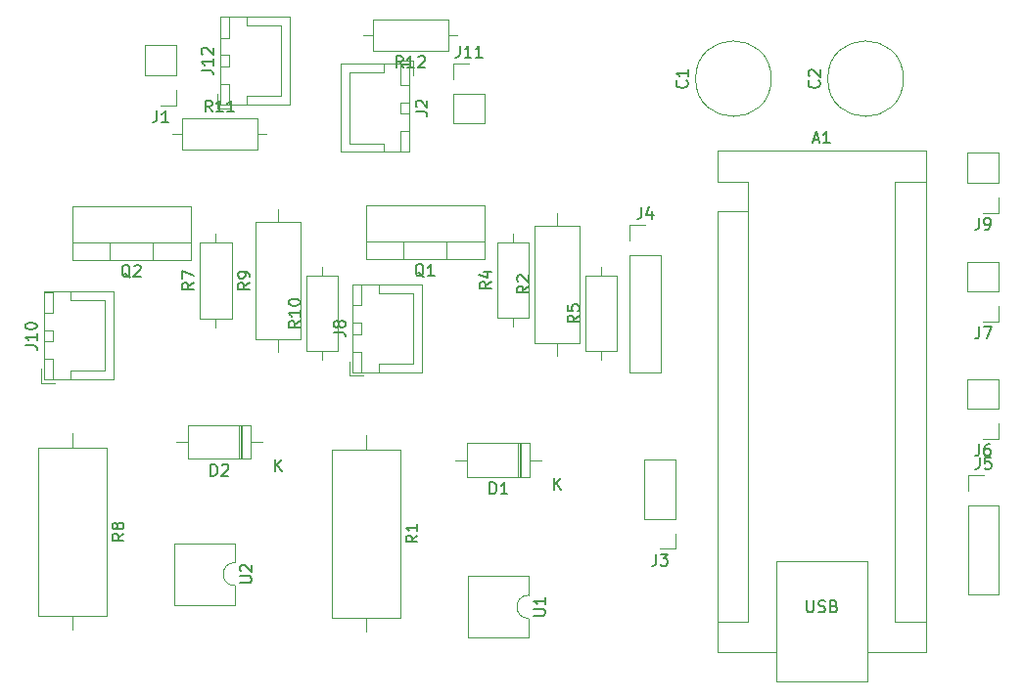
<source format=gbr>
%TF.GenerationSoftware,KiCad,Pcbnew,7.0.5-0*%
%TF.CreationDate,2023-06-24T13:37:05+02:00*%
%TF.ProjectId,spoje_pcb,73706f6a-655f-4706-9362-2e6b69636164,rev?*%
%TF.SameCoordinates,Original*%
%TF.FileFunction,Legend,Top*%
%TF.FilePolarity,Positive*%
%FSLAX46Y46*%
G04 Gerber Fmt 4.6, Leading zero omitted, Abs format (unit mm)*
G04 Created by KiCad (PCBNEW 7.0.5-0) date 2023-06-24 13:37:05*
%MOMM*%
%LPD*%
G01*
G04 APERTURE LIST*
%ADD10C,0.150000*%
%ADD11C,0.120000*%
G04 APERTURE END LIST*
D10*
%TO.C,R12*%
X131437142Y-57434819D02*
X131103809Y-56958628D01*
X130865714Y-57434819D02*
X130865714Y-56434819D01*
X130865714Y-56434819D02*
X131246666Y-56434819D01*
X131246666Y-56434819D02*
X131341904Y-56482438D01*
X131341904Y-56482438D02*
X131389523Y-56530057D01*
X131389523Y-56530057D02*
X131437142Y-56625295D01*
X131437142Y-56625295D02*
X131437142Y-56768152D01*
X131437142Y-56768152D02*
X131389523Y-56863390D01*
X131389523Y-56863390D02*
X131341904Y-56911009D01*
X131341904Y-56911009D02*
X131246666Y-56958628D01*
X131246666Y-56958628D02*
X130865714Y-56958628D01*
X132389523Y-57434819D02*
X131818095Y-57434819D01*
X132103809Y-57434819D02*
X132103809Y-56434819D01*
X132103809Y-56434819D02*
X132008571Y-56577676D01*
X132008571Y-56577676D02*
X131913333Y-56672914D01*
X131913333Y-56672914D02*
X131818095Y-56720533D01*
X132770476Y-56530057D02*
X132818095Y-56482438D01*
X132818095Y-56482438D02*
X132913333Y-56434819D01*
X132913333Y-56434819D02*
X133151428Y-56434819D01*
X133151428Y-56434819D02*
X133246666Y-56482438D01*
X133246666Y-56482438D02*
X133294285Y-56530057D01*
X133294285Y-56530057D02*
X133341904Y-56625295D01*
X133341904Y-56625295D02*
X133341904Y-56720533D01*
X133341904Y-56720533D02*
X133294285Y-56863390D01*
X133294285Y-56863390D02*
X132722857Y-57434819D01*
X132722857Y-57434819D02*
X133341904Y-57434819D01*
%TO.C,R11*%
X114927142Y-61279819D02*
X114593809Y-60803628D01*
X114355714Y-61279819D02*
X114355714Y-60279819D01*
X114355714Y-60279819D02*
X114736666Y-60279819D01*
X114736666Y-60279819D02*
X114831904Y-60327438D01*
X114831904Y-60327438D02*
X114879523Y-60375057D01*
X114879523Y-60375057D02*
X114927142Y-60470295D01*
X114927142Y-60470295D02*
X114927142Y-60613152D01*
X114927142Y-60613152D02*
X114879523Y-60708390D01*
X114879523Y-60708390D02*
X114831904Y-60756009D01*
X114831904Y-60756009D02*
X114736666Y-60803628D01*
X114736666Y-60803628D02*
X114355714Y-60803628D01*
X115879523Y-61279819D02*
X115308095Y-61279819D01*
X115593809Y-61279819D02*
X115593809Y-60279819D01*
X115593809Y-60279819D02*
X115498571Y-60422676D01*
X115498571Y-60422676D02*
X115403333Y-60517914D01*
X115403333Y-60517914D02*
X115308095Y-60565533D01*
X116831904Y-61279819D02*
X116260476Y-61279819D01*
X116546190Y-61279819D02*
X116546190Y-60279819D01*
X116546190Y-60279819D02*
X116450952Y-60422676D01*
X116450952Y-60422676D02*
X116355714Y-60517914D01*
X116355714Y-60517914D02*
X116260476Y-60565533D01*
%TO.C,R10*%
X122544819Y-79382857D02*
X122068628Y-79716190D01*
X122544819Y-79954285D02*
X121544819Y-79954285D01*
X121544819Y-79954285D02*
X121544819Y-79573333D01*
X121544819Y-79573333D02*
X121592438Y-79478095D01*
X121592438Y-79478095D02*
X121640057Y-79430476D01*
X121640057Y-79430476D02*
X121735295Y-79382857D01*
X121735295Y-79382857D02*
X121878152Y-79382857D01*
X121878152Y-79382857D02*
X121973390Y-79430476D01*
X121973390Y-79430476D02*
X122021009Y-79478095D01*
X122021009Y-79478095D02*
X122068628Y-79573333D01*
X122068628Y-79573333D02*
X122068628Y-79954285D01*
X122544819Y-78430476D02*
X122544819Y-79001904D01*
X122544819Y-78716190D02*
X121544819Y-78716190D01*
X121544819Y-78716190D02*
X121687676Y-78811428D01*
X121687676Y-78811428D02*
X121782914Y-78906666D01*
X121782914Y-78906666D02*
X121830533Y-79001904D01*
X121544819Y-77811428D02*
X121544819Y-77716190D01*
X121544819Y-77716190D02*
X121592438Y-77620952D01*
X121592438Y-77620952D02*
X121640057Y-77573333D01*
X121640057Y-77573333D02*
X121735295Y-77525714D01*
X121735295Y-77525714D02*
X121925771Y-77478095D01*
X121925771Y-77478095D02*
X122163866Y-77478095D01*
X122163866Y-77478095D02*
X122354342Y-77525714D01*
X122354342Y-77525714D02*
X122449580Y-77573333D01*
X122449580Y-77573333D02*
X122497200Y-77620952D01*
X122497200Y-77620952D02*
X122544819Y-77716190D01*
X122544819Y-77716190D02*
X122544819Y-77811428D01*
X122544819Y-77811428D02*
X122497200Y-77906666D01*
X122497200Y-77906666D02*
X122449580Y-77954285D01*
X122449580Y-77954285D02*
X122354342Y-78001904D01*
X122354342Y-78001904D02*
X122163866Y-78049523D01*
X122163866Y-78049523D02*
X121925771Y-78049523D01*
X121925771Y-78049523D02*
X121735295Y-78001904D01*
X121735295Y-78001904D02*
X121640057Y-77954285D01*
X121640057Y-77954285D02*
X121592438Y-77906666D01*
X121592438Y-77906666D02*
X121544819Y-77811428D01*
%TO.C,R9*%
X118184819Y-76061666D02*
X117708628Y-76394999D01*
X118184819Y-76633094D02*
X117184819Y-76633094D01*
X117184819Y-76633094D02*
X117184819Y-76252142D01*
X117184819Y-76252142D02*
X117232438Y-76156904D01*
X117232438Y-76156904D02*
X117280057Y-76109285D01*
X117280057Y-76109285D02*
X117375295Y-76061666D01*
X117375295Y-76061666D02*
X117518152Y-76061666D01*
X117518152Y-76061666D02*
X117613390Y-76109285D01*
X117613390Y-76109285D02*
X117661009Y-76156904D01*
X117661009Y-76156904D02*
X117708628Y-76252142D01*
X117708628Y-76252142D02*
X117708628Y-76633094D01*
X118184819Y-75585475D02*
X118184819Y-75394999D01*
X118184819Y-75394999D02*
X118137200Y-75299761D01*
X118137200Y-75299761D02*
X118089580Y-75252142D01*
X118089580Y-75252142D02*
X117946723Y-75156904D01*
X117946723Y-75156904D02*
X117756247Y-75109285D01*
X117756247Y-75109285D02*
X117375295Y-75109285D01*
X117375295Y-75109285D02*
X117280057Y-75156904D01*
X117280057Y-75156904D02*
X117232438Y-75204523D01*
X117232438Y-75204523D02*
X117184819Y-75299761D01*
X117184819Y-75299761D02*
X117184819Y-75490237D01*
X117184819Y-75490237D02*
X117232438Y-75585475D01*
X117232438Y-75585475D02*
X117280057Y-75633094D01*
X117280057Y-75633094D02*
X117375295Y-75680713D01*
X117375295Y-75680713D02*
X117613390Y-75680713D01*
X117613390Y-75680713D02*
X117708628Y-75633094D01*
X117708628Y-75633094D02*
X117756247Y-75585475D01*
X117756247Y-75585475D02*
X117803866Y-75490237D01*
X117803866Y-75490237D02*
X117803866Y-75299761D01*
X117803866Y-75299761D02*
X117756247Y-75204523D01*
X117756247Y-75204523D02*
X117708628Y-75156904D01*
X117708628Y-75156904D02*
X117613390Y-75109285D01*
%TO.C,R7*%
X113340584Y-76061666D02*
X112864393Y-76394999D01*
X113340584Y-76633094D02*
X112340584Y-76633094D01*
X112340584Y-76633094D02*
X112340584Y-76252142D01*
X112340584Y-76252142D02*
X112388203Y-76156904D01*
X112388203Y-76156904D02*
X112435822Y-76109285D01*
X112435822Y-76109285D02*
X112531060Y-76061666D01*
X112531060Y-76061666D02*
X112673917Y-76061666D01*
X112673917Y-76061666D02*
X112769155Y-76109285D01*
X112769155Y-76109285D02*
X112816774Y-76156904D01*
X112816774Y-76156904D02*
X112864393Y-76252142D01*
X112864393Y-76252142D02*
X112864393Y-76633094D01*
X112340584Y-75728332D02*
X112340584Y-75061666D01*
X112340584Y-75061666D02*
X113340584Y-75490237D01*
%TO.C,R5*%
X146674819Y-78906666D02*
X146198628Y-79239999D01*
X146674819Y-79478094D02*
X145674819Y-79478094D01*
X145674819Y-79478094D02*
X145674819Y-79097142D01*
X145674819Y-79097142D02*
X145722438Y-79001904D01*
X145722438Y-79001904D02*
X145770057Y-78954285D01*
X145770057Y-78954285D02*
X145865295Y-78906666D01*
X145865295Y-78906666D02*
X146008152Y-78906666D01*
X146008152Y-78906666D02*
X146103390Y-78954285D01*
X146103390Y-78954285D02*
X146151009Y-79001904D01*
X146151009Y-79001904D02*
X146198628Y-79097142D01*
X146198628Y-79097142D02*
X146198628Y-79478094D01*
X145674819Y-78001904D02*
X145674819Y-78478094D01*
X145674819Y-78478094D02*
X146151009Y-78525713D01*
X146151009Y-78525713D02*
X146103390Y-78478094D01*
X146103390Y-78478094D02*
X146055771Y-78382856D01*
X146055771Y-78382856D02*
X146055771Y-78144761D01*
X146055771Y-78144761D02*
X146103390Y-78049523D01*
X146103390Y-78049523D02*
X146151009Y-78001904D01*
X146151009Y-78001904D02*
X146246247Y-77954285D01*
X146246247Y-77954285D02*
X146484342Y-77954285D01*
X146484342Y-77954285D02*
X146579580Y-78001904D01*
X146579580Y-78001904D02*
X146627200Y-78049523D01*
X146627200Y-78049523D02*
X146674819Y-78144761D01*
X146674819Y-78144761D02*
X146674819Y-78382856D01*
X146674819Y-78382856D02*
X146627200Y-78478094D01*
X146627200Y-78478094D02*
X146579580Y-78525713D01*
%TO.C,R4*%
X139054819Y-75996666D02*
X138578628Y-76329999D01*
X139054819Y-76568094D02*
X138054819Y-76568094D01*
X138054819Y-76568094D02*
X138054819Y-76187142D01*
X138054819Y-76187142D02*
X138102438Y-76091904D01*
X138102438Y-76091904D02*
X138150057Y-76044285D01*
X138150057Y-76044285D02*
X138245295Y-75996666D01*
X138245295Y-75996666D02*
X138388152Y-75996666D01*
X138388152Y-75996666D02*
X138483390Y-76044285D01*
X138483390Y-76044285D02*
X138531009Y-76091904D01*
X138531009Y-76091904D02*
X138578628Y-76187142D01*
X138578628Y-76187142D02*
X138578628Y-76568094D01*
X138388152Y-75139523D02*
X139054819Y-75139523D01*
X138007200Y-75377618D02*
X138721485Y-75615713D01*
X138721485Y-75615713D02*
X138721485Y-74996666D01*
%TO.C,R2*%
X142314819Y-76366666D02*
X141838628Y-76699999D01*
X142314819Y-76938094D02*
X141314819Y-76938094D01*
X141314819Y-76938094D02*
X141314819Y-76557142D01*
X141314819Y-76557142D02*
X141362438Y-76461904D01*
X141362438Y-76461904D02*
X141410057Y-76414285D01*
X141410057Y-76414285D02*
X141505295Y-76366666D01*
X141505295Y-76366666D02*
X141648152Y-76366666D01*
X141648152Y-76366666D02*
X141743390Y-76414285D01*
X141743390Y-76414285D02*
X141791009Y-76461904D01*
X141791009Y-76461904D02*
X141838628Y-76557142D01*
X141838628Y-76557142D02*
X141838628Y-76938094D01*
X141410057Y-75985713D02*
X141362438Y-75938094D01*
X141362438Y-75938094D02*
X141314819Y-75842856D01*
X141314819Y-75842856D02*
X141314819Y-75604761D01*
X141314819Y-75604761D02*
X141362438Y-75509523D01*
X141362438Y-75509523D02*
X141410057Y-75461904D01*
X141410057Y-75461904D02*
X141505295Y-75414285D01*
X141505295Y-75414285D02*
X141600533Y-75414285D01*
X141600533Y-75414285D02*
X141743390Y-75461904D01*
X141743390Y-75461904D02*
X142314819Y-76033332D01*
X142314819Y-76033332D02*
X142314819Y-75414285D01*
%TO.C,R8*%
X107294819Y-97795901D02*
X106818628Y-98129234D01*
X107294819Y-98367329D02*
X106294819Y-98367329D01*
X106294819Y-98367329D02*
X106294819Y-97986377D01*
X106294819Y-97986377D02*
X106342438Y-97891139D01*
X106342438Y-97891139D02*
X106390057Y-97843520D01*
X106390057Y-97843520D02*
X106485295Y-97795901D01*
X106485295Y-97795901D02*
X106628152Y-97795901D01*
X106628152Y-97795901D02*
X106723390Y-97843520D01*
X106723390Y-97843520D02*
X106771009Y-97891139D01*
X106771009Y-97891139D02*
X106818628Y-97986377D01*
X106818628Y-97986377D02*
X106818628Y-98367329D01*
X106723390Y-97224472D02*
X106675771Y-97319710D01*
X106675771Y-97319710D02*
X106628152Y-97367329D01*
X106628152Y-97367329D02*
X106532914Y-97414948D01*
X106532914Y-97414948D02*
X106485295Y-97414948D01*
X106485295Y-97414948D02*
X106390057Y-97367329D01*
X106390057Y-97367329D02*
X106342438Y-97319710D01*
X106342438Y-97319710D02*
X106294819Y-97224472D01*
X106294819Y-97224472D02*
X106294819Y-97033996D01*
X106294819Y-97033996D02*
X106342438Y-96938758D01*
X106342438Y-96938758D02*
X106390057Y-96891139D01*
X106390057Y-96891139D02*
X106485295Y-96843520D01*
X106485295Y-96843520D02*
X106532914Y-96843520D01*
X106532914Y-96843520D02*
X106628152Y-96891139D01*
X106628152Y-96891139D02*
X106675771Y-96938758D01*
X106675771Y-96938758D02*
X106723390Y-97033996D01*
X106723390Y-97033996D02*
X106723390Y-97224472D01*
X106723390Y-97224472D02*
X106771009Y-97319710D01*
X106771009Y-97319710D02*
X106818628Y-97367329D01*
X106818628Y-97367329D02*
X106913866Y-97414948D01*
X106913866Y-97414948D02*
X107104342Y-97414948D01*
X107104342Y-97414948D02*
X107199580Y-97367329D01*
X107199580Y-97367329D02*
X107247200Y-97319710D01*
X107247200Y-97319710D02*
X107294819Y-97224472D01*
X107294819Y-97224472D02*
X107294819Y-97033996D01*
X107294819Y-97033996D02*
X107247200Y-96938758D01*
X107247200Y-96938758D02*
X107199580Y-96891139D01*
X107199580Y-96891139D02*
X107104342Y-96843520D01*
X107104342Y-96843520D02*
X106913866Y-96843520D01*
X106913866Y-96843520D02*
X106818628Y-96891139D01*
X106818628Y-96891139D02*
X106771009Y-96938758D01*
X106771009Y-96938758D02*
X106723390Y-97033996D01*
%TO.C,R1*%
X132694819Y-97956666D02*
X132218628Y-98289999D01*
X132694819Y-98528094D02*
X131694819Y-98528094D01*
X131694819Y-98528094D02*
X131694819Y-98147142D01*
X131694819Y-98147142D02*
X131742438Y-98051904D01*
X131742438Y-98051904D02*
X131790057Y-98004285D01*
X131790057Y-98004285D02*
X131885295Y-97956666D01*
X131885295Y-97956666D02*
X132028152Y-97956666D01*
X132028152Y-97956666D02*
X132123390Y-98004285D01*
X132123390Y-98004285D02*
X132171009Y-98051904D01*
X132171009Y-98051904D02*
X132218628Y-98147142D01*
X132218628Y-98147142D02*
X132218628Y-98528094D01*
X132694819Y-97004285D02*
X132694819Y-97575713D01*
X132694819Y-97289999D02*
X131694819Y-97289999D01*
X131694819Y-97289999D02*
X131837676Y-97385237D01*
X131837676Y-97385237D02*
X131932914Y-97480475D01*
X131932914Y-97480475D02*
X131980533Y-97575713D01*
%TO.C,J12*%
X114014819Y-57674523D02*
X114729104Y-57674523D01*
X114729104Y-57674523D02*
X114871961Y-57722142D01*
X114871961Y-57722142D02*
X114967200Y-57817380D01*
X114967200Y-57817380D02*
X115014819Y-57960237D01*
X115014819Y-57960237D02*
X115014819Y-58055475D01*
X115014819Y-56674523D02*
X115014819Y-57245951D01*
X115014819Y-56960237D02*
X114014819Y-56960237D01*
X114014819Y-56960237D02*
X114157676Y-57055475D01*
X114157676Y-57055475D02*
X114252914Y-57150713D01*
X114252914Y-57150713D02*
X114300533Y-57245951D01*
X114110057Y-56293570D02*
X114062438Y-56245951D01*
X114062438Y-56245951D02*
X114014819Y-56150713D01*
X114014819Y-56150713D02*
X114014819Y-55912618D01*
X114014819Y-55912618D02*
X114062438Y-55817380D01*
X114062438Y-55817380D02*
X114110057Y-55769761D01*
X114110057Y-55769761D02*
X114205295Y-55722142D01*
X114205295Y-55722142D02*
X114300533Y-55722142D01*
X114300533Y-55722142D02*
X114443390Y-55769761D01*
X114443390Y-55769761D02*
X115014819Y-56341189D01*
X115014819Y-56341189D02*
X115014819Y-55722142D01*
%TO.C,J3*%
X153336666Y-99574819D02*
X153336666Y-100289104D01*
X153336666Y-100289104D02*
X153289047Y-100431961D01*
X153289047Y-100431961D02*
X153193809Y-100527200D01*
X153193809Y-100527200D02*
X153050952Y-100574819D01*
X153050952Y-100574819D02*
X152955714Y-100574819D01*
X153717619Y-99574819D02*
X154336666Y-99574819D01*
X154336666Y-99574819D02*
X154003333Y-99955771D01*
X154003333Y-99955771D02*
X154146190Y-99955771D01*
X154146190Y-99955771D02*
X154241428Y-100003390D01*
X154241428Y-100003390D02*
X154289047Y-100051009D01*
X154289047Y-100051009D02*
X154336666Y-100146247D01*
X154336666Y-100146247D02*
X154336666Y-100384342D01*
X154336666Y-100384342D02*
X154289047Y-100479580D01*
X154289047Y-100479580D02*
X154241428Y-100527200D01*
X154241428Y-100527200D02*
X154146190Y-100574819D01*
X154146190Y-100574819D02*
X153860476Y-100574819D01*
X153860476Y-100574819D02*
X153765238Y-100527200D01*
X153765238Y-100527200D02*
X153717619Y-100479580D01*
%TO.C,J11*%
X136350476Y-55544819D02*
X136350476Y-56259104D01*
X136350476Y-56259104D02*
X136302857Y-56401961D01*
X136302857Y-56401961D02*
X136207619Y-56497200D01*
X136207619Y-56497200D02*
X136064762Y-56544819D01*
X136064762Y-56544819D02*
X135969524Y-56544819D01*
X137350476Y-56544819D02*
X136779048Y-56544819D01*
X137064762Y-56544819D02*
X137064762Y-55544819D01*
X137064762Y-55544819D02*
X136969524Y-55687676D01*
X136969524Y-55687676D02*
X136874286Y-55782914D01*
X136874286Y-55782914D02*
X136779048Y-55830533D01*
X138302857Y-56544819D02*
X137731429Y-56544819D01*
X138017143Y-56544819D02*
X138017143Y-55544819D01*
X138017143Y-55544819D02*
X137921905Y-55687676D01*
X137921905Y-55687676D02*
X137826667Y-55782914D01*
X137826667Y-55782914D02*
X137731429Y-55830533D01*
%TO.C,J10*%
X98774819Y-81474523D02*
X99489104Y-81474523D01*
X99489104Y-81474523D02*
X99631961Y-81522142D01*
X99631961Y-81522142D02*
X99727200Y-81617380D01*
X99727200Y-81617380D02*
X99774819Y-81760237D01*
X99774819Y-81760237D02*
X99774819Y-81855475D01*
X99774819Y-80474523D02*
X99774819Y-81045951D01*
X99774819Y-80760237D02*
X98774819Y-80760237D01*
X98774819Y-80760237D02*
X98917676Y-80855475D01*
X98917676Y-80855475D02*
X99012914Y-80950713D01*
X99012914Y-80950713D02*
X99060533Y-81045951D01*
X98774819Y-79855475D02*
X98774819Y-79760237D01*
X98774819Y-79760237D02*
X98822438Y-79664999D01*
X98822438Y-79664999D02*
X98870057Y-79617380D01*
X98870057Y-79617380D02*
X98965295Y-79569761D01*
X98965295Y-79569761D02*
X99155771Y-79522142D01*
X99155771Y-79522142D02*
X99393866Y-79522142D01*
X99393866Y-79522142D02*
X99584342Y-79569761D01*
X99584342Y-79569761D02*
X99679580Y-79617380D01*
X99679580Y-79617380D02*
X99727200Y-79664999D01*
X99727200Y-79664999D02*
X99774819Y-79760237D01*
X99774819Y-79760237D02*
X99774819Y-79855475D01*
X99774819Y-79855475D02*
X99727200Y-79950713D01*
X99727200Y-79950713D02*
X99679580Y-79998332D01*
X99679580Y-79998332D02*
X99584342Y-80045951D01*
X99584342Y-80045951D02*
X99393866Y-80093570D01*
X99393866Y-80093570D02*
X99155771Y-80093570D01*
X99155771Y-80093570D02*
X98965295Y-80045951D01*
X98965295Y-80045951D02*
X98870057Y-79998332D01*
X98870057Y-79998332D02*
X98822438Y-79950713D01*
X98822438Y-79950713D02*
X98774819Y-79855475D01*
%TO.C,J9*%
X181276666Y-70459819D02*
X181276666Y-71174104D01*
X181276666Y-71174104D02*
X181229047Y-71316961D01*
X181229047Y-71316961D02*
X181133809Y-71412200D01*
X181133809Y-71412200D02*
X180990952Y-71459819D01*
X180990952Y-71459819D02*
X180895714Y-71459819D01*
X181800476Y-71459819D02*
X181990952Y-71459819D01*
X181990952Y-71459819D02*
X182086190Y-71412200D01*
X182086190Y-71412200D02*
X182133809Y-71364580D01*
X182133809Y-71364580D02*
X182229047Y-71221723D01*
X182229047Y-71221723D02*
X182276666Y-71031247D01*
X182276666Y-71031247D02*
X182276666Y-70650295D01*
X182276666Y-70650295D02*
X182229047Y-70555057D01*
X182229047Y-70555057D02*
X182181428Y-70507438D01*
X182181428Y-70507438D02*
X182086190Y-70459819D01*
X182086190Y-70459819D02*
X181895714Y-70459819D01*
X181895714Y-70459819D02*
X181800476Y-70507438D01*
X181800476Y-70507438D02*
X181752857Y-70555057D01*
X181752857Y-70555057D02*
X181705238Y-70650295D01*
X181705238Y-70650295D02*
X181705238Y-70888390D01*
X181705238Y-70888390D02*
X181752857Y-70983628D01*
X181752857Y-70983628D02*
X181800476Y-71031247D01*
X181800476Y-71031247D02*
X181895714Y-71078866D01*
X181895714Y-71078866D02*
X182086190Y-71078866D01*
X182086190Y-71078866D02*
X182181428Y-71031247D01*
X182181428Y-71031247D02*
X182229047Y-70983628D01*
X182229047Y-70983628D02*
X182276666Y-70888390D01*
%TO.C,J8*%
X125444819Y-80363333D02*
X126159104Y-80363333D01*
X126159104Y-80363333D02*
X126301961Y-80410952D01*
X126301961Y-80410952D02*
X126397200Y-80506190D01*
X126397200Y-80506190D02*
X126444819Y-80649047D01*
X126444819Y-80649047D02*
X126444819Y-80744285D01*
X125873390Y-79744285D02*
X125825771Y-79839523D01*
X125825771Y-79839523D02*
X125778152Y-79887142D01*
X125778152Y-79887142D02*
X125682914Y-79934761D01*
X125682914Y-79934761D02*
X125635295Y-79934761D01*
X125635295Y-79934761D02*
X125540057Y-79887142D01*
X125540057Y-79887142D02*
X125492438Y-79839523D01*
X125492438Y-79839523D02*
X125444819Y-79744285D01*
X125444819Y-79744285D02*
X125444819Y-79553809D01*
X125444819Y-79553809D02*
X125492438Y-79458571D01*
X125492438Y-79458571D02*
X125540057Y-79410952D01*
X125540057Y-79410952D02*
X125635295Y-79363333D01*
X125635295Y-79363333D02*
X125682914Y-79363333D01*
X125682914Y-79363333D02*
X125778152Y-79410952D01*
X125778152Y-79410952D02*
X125825771Y-79458571D01*
X125825771Y-79458571D02*
X125873390Y-79553809D01*
X125873390Y-79553809D02*
X125873390Y-79744285D01*
X125873390Y-79744285D02*
X125921009Y-79839523D01*
X125921009Y-79839523D02*
X125968628Y-79887142D01*
X125968628Y-79887142D02*
X126063866Y-79934761D01*
X126063866Y-79934761D02*
X126254342Y-79934761D01*
X126254342Y-79934761D02*
X126349580Y-79887142D01*
X126349580Y-79887142D02*
X126397200Y-79839523D01*
X126397200Y-79839523D02*
X126444819Y-79744285D01*
X126444819Y-79744285D02*
X126444819Y-79553809D01*
X126444819Y-79553809D02*
X126397200Y-79458571D01*
X126397200Y-79458571D02*
X126349580Y-79410952D01*
X126349580Y-79410952D02*
X126254342Y-79363333D01*
X126254342Y-79363333D02*
X126063866Y-79363333D01*
X126063866Y-79363333D02*
X125968628Y-79410952D01*
X125968628Y-79410952D02*
X125921009Y-79458571D01*
X125921009Y-79458571D02*
X125873390Y-79553809D01*
%TO.C,J7*%
X181276666Y-79889819D02*
X181276666Y-80604104D01*
X181276666Y-80604104D02*
X181229047Y-80746961D01*
X181229047Y-80746961D02*
X181133809Y-80842200D01*
X181133809Y-80842200D02*
X180990952Y-80889819D01*
X180990952Y-80889819D02*
X180895714Y-80889819D01*
X181657619Y-79889819D02*
X182324285Y-79889819D01*
X182324285Y-79889819D02*
X181895714Y-80889819D01*
%TO.C,J6*%
X181276666Y-90049819D02*
X181276666Y-90764104D01*
X181276666Y-90764104D02*
X181229047Y-90906961D01*
X181229047Y-90906961D02*
X181133809Y-91002200D01*
X181133809Y-91002200D02*
X180990952Y-91049819D01*
X180990952Y-91049819D02*
X180895714Y-91049819D01*
X182181428Y-90049819D02*
X181990952Y-90049819D01*
X181990952Y-90049819D02*
X181895714Y-90097438D01*
X181895714Y-90097438D02*
X181848095Y-90145057D01*
X181848095Y-90145057D02*
X181752857Y-90287914D01*
X181752857Y-90287914D02*
X181705238Y-90478390D01*
X181705238Y-90478390D02*
X181705238Y-90859342D01*
X181705238Y-90859342D02*
X181752857Y-90954580D01*
X181752857Y-90954580D02*
X181800476Y-91002200D01*
X181800476Y-91002200D02*
X181895714Y-91049819D01*
X181895714Y-91049819D02*
X182086190Y-91049819D01*
X182086190Y-91049819D02*
X182181428Y-91002200D01*
X182181428Y-91002200D02*
X182229047Y-90954580D01*
X182229047Y-90954580D02*
X182276666Y-90859342D01*
X182276666Y-90859342D02*
X182276666Y-90621247D01*
X182276666Y-90621247D02*
X182229047Y-90526009D01*
X182229047Y-90526009D02*
X182181428Y-90478390D01*
X182181428Y-90478390D02*
X182086190Y-90430771D01*
X182086190Y-90430771D02*
X181895714Y-90430771D01*
X181895714Y-90430771D02*
X181800476Y-90478390D01*
X181800476Y-90478390D02*
X181752857Y-90526009D01*
X181752857Y-90526009D02*
X181705238Y-90621247D01*
%TO.C,J5*%
X181316666Y-91199819D02*
X181316666Y-91914104D01*
X181316666Y-91914104D02*
X181269047Y-92056961D01*
X181269047Y-92056961D02*
X181173809Y-92152200D01*
X181173809Y-92152200D02*
X181030952Y-92199819D01*
X181030952Y-92199819D02*
X180935714Y-92199819D01*
X182269047Y-91199819D02*
X181792857Y-91199819D01*
X181792857Y-91199819D02*
X181745238Y-91676009D01*
X181745238Y-91676009D02*
X181792857Y-91628390D01*
X181792857Y-91628390D02*
X181888095Y-91580771D01*
X181888095Y-91580771D02*
X182126190Y-91580771D01*
X182126190Y-91580771D02*
X182221428Y-91628390D01*
X182221428Y-91628390D02*
X182269047Y-91676009D01*
X182269047Y-91676009D02*
X182316666Y-91771247D01*
X182316666Y-91771247D02*
X182316666Y-92009342D01*
X182316666Y-92009342D02*
X182269047Y-92104580D01*
X182269047Y-92104580D02*
X182221428Y-92152200D01*
X182221428Y-92152200D02*
X182126190Y-92199819D01*
X182126190Y-92199819D02*
X181888095Y-92199819D01*
X181888095Y-92199819D02*
X181792857Y-92152200D01*
X181792857Y-92152200D02*
X181745238Y-92104580D01*
%TO.C,J4*%
X152066666Y-69519819D02*
X152066666Y-70234104D01*
X152066666Y-70234104D02*
X152019047Y-70376961D01*
X152019047Y-70376961D02*
X151923809Y-70472200D01*
X151923809Y-70472200D02*
X151780952Y-70519819D01*
X151780952Y-70519819D02*
X151685714Y-70519819D01*
X152971428Y-69853152D02*
X152971428Y-70519819D01*
X152733333Y-69472200D02*
X152495238Y-70186485D01*
X152495238Y-70186485D02*
X153114285Y-70186485D01*
%TO.C,J2*%
X132544819Y-61273333D02*
X133259104Y-61273333D01*
X133259104Y-61273333D02*
X133401961Y-61320952D01*
X133401961Y-61320952D02*
X133497200Y-61416190D01*
X133497200Y-61416190D02*
X133544819Y-61559047D01*
X133544819Y-61559047D02*
X133544819Y-61654285D01*
X132640057Y-60844761D02*
X132592438Y-60797142D01*
X132592438Y-60797142D02*
X132544819Y-60701904D01*
X132544819Y-60701904D02*
X132544819Y-60463809D01*
X132544819Y-60463809D02*
X132592438Y-60368571D01*
X132592438Y-60368571D02*
X132640057Y-60320952D01*
X132640057Y-60320952D02*
X132735295Y-60273333D01*
X132735295Y-60273333D02*
X132830533Y-60273333D01*
X132830533Y-60273333D02*
X132973390Y-60320952D01*
X132973390Y-60320952D02*
X133544819Y-60892380D01*
X133544819Y-60892380D02*
X133544819Y-60273333D01*
%TO.C,J1*%
X110156666Y-61169819D02*
X110156666Y-61884104D01*
X110156666Y-61884104D02*
X110109047Y-62026961D01*
X110109047Y-62026961D02*
X110013809Y-62122200D01*
X110013809Y-62122200D02*
X109870952Y-62169819D01*
X109870952Y-62169819D02*
X109775714Y-62169819D01*
X111156666Y-62169819D02*
X110585238Y-62169819D01*
X110870952Y-62169819D02*
X110870952Y-61169819D01*
X110870952Y-61169819D02*
X110775714Y-61312676D01*
X110775714Y-61312676D02*
X110680476Y-61407914D01*
X110680476Y-61407914D02*
X110585238Y-61455533D01*
%TO.C,C2*%
X167409580Y-58566666D02*
X167457200Y-58614285D01*
X167457200Y-58614285D02*
X167504819Y-58757142D01*
X167504819Y-58757142D02*
X167504819Y-58852380D01*
X167504819Y-58852380D02*
X167457200Y-58995237D01*
X167457200Y-58995237D02*
X167361961Y-59090475D01*
X167361961Y-59090475D02*
X167266723Y-59138094D01*
X167266723Y-59138094D02*
X167076247Y-59185713D01*
X167076247Y-59185713D02*
X166933390Y-59185713D01*
X166933390Y-59185713D02*
X166742914Y-59138094D01*
X166742914Y-59138094D02*
X166647676Y-59090475D01*
X166647676Y-59090475D02*
X166552438Y-58995237D01*
X166552438Y-58995237D02*
X166504819Y-58852380D01*
X166504819Y-58852380D02*
X166504819Y-58757142D01*
X166504819Y-58757142D02*
X166552438Y-58614285D01*
X166552438Y-58614285D02*
X166600057Y-58566666D01*
X166600057Y-58185713D02*
X166552438Y-58138094D01*
X166552438Y-58138094D02*
X166504819Y-58042856D01*
X166504819Y-58042856D02*
X166504819Y-57804761D01*
X166504819Y-57804761D02*
X166552438Y-57709523D01*
X166552438Y-57709523D02*
X166600057Y-57661904D01*
X166600057Y-57661904D02*
X166695295Y-57614285D01*
X166695295Y-57614285D02*
X166790533Y-57614285D01*
X166790533Y-57614285D02*
X166933390Y-57661904D01*
X166933390Y-57661904D02*
X167504819Y-58233332D01*
X167504819Y-58233332D02*
X167504819Y-57614285D01*
%TO.C,C1*%
X155979580Y-58566666D02*
X156027200Y-58614285D01*
X156027200Y-58614285D02*
X156074819Y-58757142D01*
X156074819Y-58757142D02*
X156074819Y-58852380D01*
X156074819Y-58852380D02*
X156027200Y-58995237D01*
X156027200Y-58995237D02*
X155931961Y-59090475D01*
X155931961Y-59090475D02*
X155836723Y-59138094D01*
X155836723Y-59138094D02*
X155646247Y-59185713D01*
X155646247Y-59185713D02*
X155503390Y-59185713D01*
X155503390Y-59185713D02*
X155312914Y-59138094D01*
X155312914Y-59138094D02*
X155217676Y-59090475D01*
X155217676Y-59090475D02*
X155122438Y-58995237D01*
X155122438Y-58995237D02*
X155074819Y-58852380D01*
X155074819Y-58852380D02*
X155074819Y-58757142D01*
X155074819Y-58757142D02*
X155122438Y-58614285D01*
X155122438Y-58614285D02*
X155170057Y-58566666D01*
X156074819Y-57614285D02*
X156074819Y-58185713D01*
X156074819Y-57899999D02*
X155074819Y-57899999D01*
X155074819Y-57899999D02*
X155217676Y-57995237D01*
X155217676Y-57995237D02*
X155312914Y-58090475D01*
X155312914Y-58090475D02*
X155360533Y-58185713D01*
%TO.C,U2*%
X117354819Y-102066904D02*
X118164342Y-102066904D01*
X118164342Y-102066904D02*
X118259580Y-102019285D01*
X118259580Y-102019285D02*
X118307200Y-101971666D01*
X118307200Y-101971666D02*
X118354819Y-101876428D01*
X118354819Y-101876428D02*
X118354819Y-101685952D01*
X118354819Y-101685952D02*
X118307200Y-101590714D01*
X118307200Y-101590714D02*
X118259580Y-101543095D01*
X118259580Y-101543095D02*
X118164342Y-101495476D01*
X118164342Y-101495476D02*
X117354819Y-101495476D01*
X117450057Y-101066904D02*
X117402438Y-101019285D01*
X117402438Y-101019285D02*
X117354819Y-100924047D01*
X117354819Y-100924047D02*
X117354819Y-100685952D01*
X117354819Y-100685952D02*
X117402438Y-100590714D01*
X117402438Y-100590714D02*
X117450057Y-100543095D01*
X117450057Y-100543095D02*
X117545295Y-100495476D01*
X117545295Y-100495476D02*
X117640533Y-100495476D01*
X117640533Y-100495476D02*
X117783390Y-100543095D01*
X117783390Y-100543095D02*
X118354819Y-101114523D01*
X118354819Y-101114523D02*
X118354819Y-100495476D01*
%TO.C,Q2*%
X107854761Y-75635057D02*
X107759523Y-75587438D01*
X107759523Y-75587438D02*
X107664285Y-75492200D01*
X107664285Y-75492200D02*
X107521428Y-75349342D01*
X107521428Y-75349342D02*
X107426190Y-75301723D01*
X107426190Y-75301723D02*
X107330952Y-75301723D01*
X107378571Y-75539819D02*
X107283333Y-75492200D01*
X107283333Y-75492200D02*
X107188095Y-75396961D01*
X107188095Y-75396961D02*
X107140476Y-75206485D01*
X107140476Y-75206485D02*
X107140476Y-74873152D01*
X107140476Y-74873152D02*
X107188095Y-74682676D01*
X107188095Y-74682676D02*
X107283333Y-74587438D01*
X107283333Y-74587438D02*
X107378571Y-74539819D01*
X107378571Y-74539819D02*
X107569047Y-74539819D01*
X107569047Y-74539819D02*
X107664285Y-74587438D01*
X107664285Y-74587438D02*
X107759523Y-74682676D01*
X107759523Y-74682676D02*
X107807142Y-74873152D01*
X107807142Y-74873152D02*
X107807142Y-75206485D01*
X107807142Y-75206485D02*
X107759523Y-75396961D01*
X107759523Y-75396961D02*
X107664285Y-75492200D01*
X107664285Y-75492200D02*
X107569047Y-75539819D01*
X107569047Y-75539819D02*
X107378571Y-75539819D01*
X108188095Y-74635057D02*
X108235714Y-74587438D01*
X108235714Y-74587438D02*
X108330952Y-74539819D01*
X108330952Y-74539819D02*
X108569047Y-74539819D01*
X108569047Y-74539819D02*
X108664285Y-74587438D01*
X108664285Y-74587438D02*
X108711904Y-74635057D01*
X108711904Y-74635057D02*
X108759523Y-74730295D01*
X108759523Y-74730295D02*
X108759523Y-74825533D01*
X108759523Y-74825533D02*
X108711904Y-74968390D01*
X108711904Y-74968390D02*
X108140476Y-75539819D01*
X108140476Y-75539819D02*
X108759523Y-75539819D01*
%TO.C,D2*%
X114831905Y-92789819D02*
X114831905Y-91789819D01*
X114831905Y-91789819D02*
X115070000Y-91789819D01*
X115070000Y-91789819D02*
X115212857Y-91837438D01*
X115212857Y-91837438D02*
X115308095Y-91932676D01*
X115308095Y-91932676D02*
X115355714Y-92027914D01*
X115355714Y-92027914D02*
X115403333Y-92218390D01*
X115403333Y-92218390D02*
X115403333Y-92361247D01*
X115403333Y-92361247D02*
X115355714Y-92551723D01*
X115355714Y-92551723D02*
X115308095Y-92646961D01*
X115308095Y-92646961D02*
X115212857Y-92742200D01*
X115212857Y-92742200D02*
X115070000Y-92789819D01*
X115070000Y-92789819D02*
X114831905Y-92789819D01*
X115784286Y-91885057D02*
X115831905Y-91837438D01*
X115831905Y-91837438D02*
X115927143Y-91789819D01*
X115927143Y-91789819D02*
X116165238Y-91789819D01*
X116165238Y-91789819D02*
X116260476Y-91837438D01*
X116260476Y-91837438D02*
X116308095Y-91885057D01*
X116308095Y-91885057D02*
X116355714Y-91980295D01*
X116355714Y-91980295D02*
X116355714Y-92075533D01*
X116355714Y-92075533D02*
X116308095Y-92218390D01*
X116308095Y-92218390D02*
X115736667Y-92789819D01*
X115736667Y-92789819D02*
X116355714Y-92789819D01*
X120388095Y-92419819D02*
X120388095Y-91419819D01*
X120959523Y-92419819D02*
X120530952Y-91848390D01*
X120959523Y-91419819D02*
X120388095Y-91991247D01*
%TO.C,D1*%
X138961905Y-94364819D02*
X138961905Y-93364819D01*
X138961905Y-93364819D02*
X139200000Y-93364819D01*
X139200000Y-93364819D02*
X139342857Y-93412438D01*
X139342857Y-93412438D02*
X139438095Y-93507676D01*
X139438095Y-93507676D02*
X139485714Y-93602914D01*
X139485714Y-93602914D02*
X139533333Y-93793390D01*
X139533333Y-93793390D02*
X139533333Y-93936247D01*
X139533333Y-93936247D02*
X139485714Y-94126723D01*
X139485714Y-94126723D02*
X139438095Y-94221961D01*
X139438095Y-94221961D02*
X139342857Y-94317200D01*
X139342857Y-94317200D02*
X139200000Y-94364819D01*
X139200000Y-94364819D02*
X138961905Y-94364819D01*
X140485714Y-94364819D02*
X139914286Y-94364819D01*
X140200000Y-94364819D02*
X140200000Y-93364819D01*
X140200000Y-93364819D02*
X140104762Y-93507676D01*
X140104762Y-93507676D02*
X140009524Y-93602914D01*
X140009524Y-93602914D02*
X139914286Y-93650533D01*
X144518095Y-93994819D02*
X144518095Y-92994819D01*
X145089523Y-93994819D02*
X144660952Y-93423390D01*
X145089523Y-92994819D02*
X144518095Y-93566247D01*
%TO.C,U1*%
X142754819Y-104901904D02*
X143564342Y-104901904D01*
X143564342Y-104901904D02*
X143659580Y-104854285D01*
X143659580Y-104854285D02*
X143707200Y-104806666D01*
X143707200Y-104806666D02*
X143754819Y-104711428D01*
X143754819Y-104711428D02*
X143754819Y-104520952D01*
X143754819Y-104520952D02*
X143707200Y-104425714D01*
X143707200Y-104425714D02*
X143659580Y-104378095D01*
X143659580Y-104378095D02*
X143564342Y-104330476D01*
X143564342Y-104330476D02*
X142754819Y-104330476D01*
X143754819Y-103330476D02*
X143754819Y-103901904D01*
X143754819Y-103616190D02*
X142754819Y-103616190D01*
X142754819Y-103616190D02*
X142897676Y-103711428D01*
X142897676Y-103711428D02*
X142992914Y-103806666D01*
X142992914Y-103806666D02*
X143040533Y-103901904D01*
%TO.C,Q1*%
X133254761Y-75570057D02*
X133159523Y-75522438D01*
X133159523Y-75522438D02*
X133064285Y-75427200D01*
X133064285Y-75427200D02*
X132921428Y-75284342D01*
X132921428Y-75284342D02*
X132826190Y-75236723D01*
X132826190Y-75236723D02*
X132730952Y-75236723D01*
X132778571Y-75474819D02*
X132683333Y-75427200D01*
X132683333Y-75427200D02*
X132588095Y-75331961D01*
X132588095Y-75331961D02*
X132540476Y-75141485D01*
X132540476Y-75141485D02*
X132540476Y-74808152D01*
X132540476Y-74808152D02*
X132588095Y-74617676D01*
X132588095Y-74617676D02*
X132683333Y-74522438D01*
X132683333Y-74522438D02*
X132778571Y-74474819D01*
X132778571Y-74474819D02*
X132969047Y-74474819D01*
X132969047Y-74474819D02*
X133064285Y-74522438D01*
X133064285Y-74522438D02*
X133159523Y-74617676D01*
X133159523Y-74617676D02*
X133207142Y-74808152D01*
X133207142Y-74808152D02*
X133207142Y-75141485D01*
X133207142Y-75141485D02*
X133159523Y-75331961D01*
X133159523Y-75331961D02*
X133064285Y-75427200D01*
X133064285Y-75427200D02*
X132969047Y-75474819D01*
X132969047Y-75474819D02*
X132778571Y-75474819D01*
X134159523Y-75474819D02*
X133588095Y-75474819D01*
X133873809Y-75474819D02*
X133873809Y-74474819D01*
X133873809Y-74474819D02*
X133778571Y-74617676D01*
X133778571Y-74617676D02*
X133683333Y-74712914D01*
X133683333Y-74712914D02*
X133588095Y-74760533D01*
%TO.C,A1*%
X166925714Y-63669104D02*
X167401904Y-63669104D01*
X166830476Y-63954819D02*
X167163809Y-62954819D01*
X167163809Y-62954819D02*
X167497142Y-63954819D01*
X168354285Y-63954819D02*
X167782857Y-63954819D01*
X168068571Y-63954819D02*
X168068571Y-62954819D01*
X168068571Y-62954819D02*
X167973333Y-63097676D01*
X167973333Y-63097676D02*
X167878095Y-63192914D01*
X167878095Y-63192914D02*
X167782857Y-63240533D01*
X166378095Y-103594819D02*
X166378095Y-104404342D01*
X166378095Y-104404342D02*
X166425714Y-104499580D01*
X166425714Y-104499580D02*
X166473333Y-104547200D01*
X166473333Y-104547200D02*
X166568571Y-104594819D01*
X166568571Y-104594819D02*
X166759047Y-104594819D01*
X166759047Y-104594819D02*
X166854285Y-104547200D01*
X166854285Y-104547200D02*
X166901904Y-104499580D01*
X166901904Y-104499580D02*
X166949523Y-104404342D01*
X166949523Y-104404342D02*
X166949523Y-103594819D01*
X167378095Y-104547200D02*
X167520952Y-104594819D01*
X167520952Y-104594819D02*
X167759047Y-104594819D01*
X167759047Y-104594819D02*
X167854285Y-104547200D01*
X167854285Y-104547200D02*
X167901904Y-104499580D01*
X167901904Y-104499580D02*
X167949523Y-104404342D01*
X167949523Y-104404342D02*
X167949523Y-104309104D01*
X167949523Y-104309104D02*
X167901904Y-104213866D01*
X167901904Y-104213866D02*
X167854285Y-104166247D01*
X167854285Y-104166247D02*
X167759047Y-104118628D01*
X167759047Y-104118628D02*
X167568571Y-104071009D01*
X167568571Y-104071009D02*
X167473333Y-104023390D01*
X167473333Y-104023390D02*
X167425714Y-103975771D01*
X167425714Y-103975771D02*
X167378095Y-103880533D01*
X167378095Y-103880533D02*
X167378095Y-103785295D01*
X167378095Y-103785295D02*
X167425714Y-103690057D01*
X167425714Y-103690057D02*
X167473333Y-103642438D01*
X167473333Y-103642438D02*
X167568571Y-103594819D01*
X167568571Y-103594819D02*
X167806666Y-103594819D01*
X167806666Y-103594819D02*
X167949523Y-103642438D01*
X168711428Y-104071009D02*
X168854285Y-104118628D01*
X168854285Y-104118628D02*
X168901904Y-104166247D01*
X168901904Y-104166247D02*
X168949523Y-104261485D01*
X168949523Y-104261485D02*
X168949523Y-104404342D01*
X168949523Y-104404342D02*
X168901904Y-104499580D01*
X168901904Y-104499580D02*
X168854285Y-104547200D01*
X168854285Y-104547200D02*
X168759047Y-104594819D01*
X168759047Y-104594819D02*
X168378095Y-104594819D01*
X168378095Y-104594819D02*
X168378095Y-103594819D01*
X168378095Y-103594819D02*
X168711428Y-103594819D01*
X168711428Y-103594819D02*
X168806666Y-103642438D01*
X168806666Y-103642438D02*
X168854285Y-103690057D01*
X168854285Y-103690057D02*
X168901904Y-103785295D01*
X168901904Y-103785295D02*
X168901904Y-103880533D01*
X168901904Y-103880533D02*
X168854285Y-103975771D01*
X168854285Y-103975771D02*
X168806666Y-104023390D01*
X168806666Y-104023390D02*
X168711428Y-104071009D01*
X168711428Y-104071009D02*
X168378095Y-104071009D01*
D11*
%TO.C,R12*%
X128040000Y-54610000D02*
X128810000Y-54610000D01*
X136120000Y-54610000D02*
X135350000Y-54610000D01*
X135350000Y-55980000D02*
X135350000Y-53240000D01*
X128810000Y-53240000D02*
X128810000Y-55980000D01*
X135350000Y-53240000D02*
X128810000Y-53240000D01*
X128810000Y-55980000D02*
X135350000Y-55980000D01*
%TO.C,R11*%
X119610000Y-63195000D02*
X118840000Y-63195000D01*
X111530000Y-63195000D02*
X112300000Y-63195000D01*
X112300000Y-61825000D02*
X112300000Y-64565000D01*
X118840000Y-64565000D02*
X118840000Y-61825000D01*
X112300000Y-64565000D02*
X118840000Y-64565000D01*
X118840000Y-61825000D02*
X112300000Y-61825000D01*
%TO.C,R10*%
X124460000Y-74700000D02*
X124460000Y-75470000D01*
X124460000Y-82780000D02*
X124460000Y-82010000D01*
X123090000Y-82010000D02*
X125830000Y-82010000D01*
X125830000Y-75470000D02*
X123090000Y-75470000D01*
X125830000Y-82010000D02*
X125830000Y-75470000D01*
X123090000Y-75470000D02*
X123090000Y-82010000D01*
%TO.C,R9*%
X120650000Y-69715000D02*
X120650000Y-70825000D01*
X118730000Y-70825000D02*
X118730000Y-80965000D01*
X122570000Y-70825000D02*
X118730000Y-70825000D01*
X120650000Y-82075000D02*
X120650000Y-80965000D01*
X118730000Y-80965000D02*
X122570000Y-80965000D01*
X122570000Y-80965000D02*
X122570000Y-70825000D01*
%TO.C,R7*%
X115255765Y-71855000D02*
X115255765Y-72625000D01*
X115255765Y-79935000D02*
X115255765Y-79165000D01*
X113885765Y-79165000D02*
X116625765Y-79165000D01*
X116625765Y-72625000D02*
X113885765Y-72625000D01*
X116625765Y-79165000D02*
X116625765Y-72625000D01*
X113885765Y-72625000D02*
X113885765Y-79165000D01*
%TO.C,R5*%
X148590000Y-74700000D02*
X148590000Y-75470000D01*
X148590000Y-82780000D02*
X148590000Y-82010000D01*
X147220000Y-82010000D02*
X149960000Y-82010000D01*
X149960000Y-75470000D02*
X147220000Y-75470000D01*
X149960000Y-82010000D02*
X149960000Y-75470000D01*
X147220000Y-75470000D02*
X147220000Y-82010000D01*
%TO.C,R4*%
X140970000Y-71790000D02*
X140970000Y-72560000D01*
X140970000Y-79870000D02*
X140970000Y-79100000D01*
X139600000Y-79100000D02*
X142340000Y-79100000D01*
X142340000Y-72560000D02*
X139600000Y-72560000D01*
X142340000Y-79100000D02*
X142340000Y-72560000D01*
X139600000Y-72560000D02*
X139600000Y-79100000D01*
%TO.C,R2*%
X144780000Y-70020000D02*
X144780000Y-71130000D01*
X142860000Y-71130000D02*
X142860000Y-81270000D01*
X146700000Y-71130000D02*
X142860000Y-71130000D01*
X144780000Y-82380000D02*
X144780000Y-81270000D01*
X142860000Y-81270000D02*
X146700000Y-81270000D01*
X146700000Y-81270000D02*
X146700000Y-71130000D01*
%TO.C,R8*%
X102870000Y-89109235D02*
X102870000Y-90359235D01*
X105840000Y-104899235D02*
X105840000Y-90359235D01*
X99900000Y-104899235D02*
X105840000Y-104899235D01*
X102870000Y-106149235D02*
X102870000Y-104899235D01*
X105840000Y-90359235D02*
X99900000Y-90359235D01*
X99900000Y-90359235D02*
X99900000Y-104899235D01*
%TO.C,R1*%
X128270000Y-89270000D02*
X128270000Y-90520000D01*
X131240000Y-105060000D02*
X131240000Y-90520000D01*
X125300000Y-105060000D02*
X131240000Y-105060000D01*
X128270000Y-106310000D02*
X128270000Y-105060000D01*
X131240000Y-90520000D02*
X125300000Y-90520000D01*
X125300000Y-90520000D02*
X125300000Y-105060000D01*
%TO.C,J12*%
X117910000Y-53065000D02*
X117910000Y-53815000D01*
X117910000Y-53815000D02*
X120860000Y-53815000D01*
X120860000Y-53815000D02*
X120860000Y-56865000D01*
X117910000Y-59915000D02*
X120860000Y-59915000D01*
X115660000Y-56365000D02*
X115660000Y-57365000D01*
X115660000Y-57365000D02*
X116410000Y-57365000D01*
X116410000Y-57365000D02*
X116410000Y-56365000D01*
X116410000Y-54865000D02*
X116410000Y-53065000D01*
X115660000Y-53065000D02*
X115660000Y-54865000D01*
X115360000Y-60965000D02*
X116610000Y-60965000D01*
X115650000Y-60675000D02*
X121620000Y-60675000D01*
X115660000Y-60665000D02*
X116410000Y-60665000D01*
X121620000Y-60675000D02*
X121620000Y-53055000D01*
X116410000Y-56365000D02*
X115660000Y-56365000D01*
X117910000Y-60665000D02*
X117910000Y-59915000D01*
X116410000Y-60665000D02*
X116410000Y-58865000D01*
X115360000Y-59715000D02*
X115360000Y-60965000D01*
X116410000Y-53065000D02*
X115660000Y-53065000D01*
X115660000Y-58865000D02*
X115660000Y-60665000D01*
X115650000Y-53055000D02*
X115650000Y-60675000D01*
X120860000Y-59915000D02*
X120860000Y-56865000D01*
X115660000Y-54865000D02*
X116410000Y-54865000D01*
X121620000Y-53055000D02*
X115650000Y-53055000D01*
X116410000Y-58865000D02*
X115660000Y-58865000D01*
%TO.C,J3*%
X155000000Y-91380000D02*
X152340000Y-91380000D01*
X155000000Y-96520000D02*
X155000000Y-91380000D01*
X155000000Y-97790000D02*
X155000000Y-99120000D01*
X152340000Y-96520000D02*
X152340000Y-91380000D01*
X155000000Y-99120000D02*
X153670000Y-99120000D01*
X155000000Y-96520000D02*
X152340000Y-96520000D01*
%TO.C,J11*%
X138490000Y-59690000D02*
X138490000Y-62290000D01*
X135830000Y-57090000D02*
X137160000Y-57090000D01*
X135830000Y-59690000D02*
X138490000Y-59690000D01*
X135830000Y-59690000D02*
X135830000Y-62290000D01*
X135830000Y-62290000D02*
X138490000Y-62290000D01*
X135830000Y-58420000D02*
X135830000Y-57090000D01*
%TO.C,J10*%
X102670000Y-76865000D02*
X102670000Y-77615000D01*
X102670000Y-77615000D02*
X105620000Y-77615000D01*
X105620000Y-77615000D02*
X105620000Y-80665000D01*
X102670000Y-83715000D02*
X105620000Y-83715000D01*
X100420000Y-80165000D02*
X100420000Y-81165000D01*
X100420000Y-81165000D02*
X101170000Y-81165000D01*
X101170000Y-81165000D02*
X101170000Y-80165000D01*
X101170000Y-78665000D02*
X101170000Y-76865000D01*
X100420000Y-76865000D02*
X100420000Y-78665000D01*
X100120000Y-84765000D02*
X101370000Y-84765000D01*
X100410000Y-84475000D02*
X106380000Y-84475000D01*
X100420000Y-84465000D02*
X101170000Y-84465000D01*
X106380000Y-84475000D02*
X106380000Y-76855000D01*
X101170000Y-80165000D02*
X100420000Y-80165000D01*
X102670000Y-84465000D02*
X102670000Y-83715000D01*
X101170000Y-84465000D02*
X101170000Y-82665000D01*
X100120000Y-83515000D02*
X100120000Y-84765000D01*
X101170000Y-76865000D02*
X100420000Y-76865000D01*
X100420000Y-82665000D02*
X100420000Y-84465000D01*
X100410000Y-76855000D02*
X100410000Y-84475000D01*
X105620000Y-83715000D02*
X105620000Y-80665000D01*
X100420000Y-78665000D02*
X101170000Y-78665000D01*
X106380000Y-76855000D02*
X100410000Y-76855000D01*
X101170000Y-82665000D02*
X100420000Y-82665000D01*
%TO.C,J9*%
X182940000Y-68675000D02*
X182940000Y-70005000D01*
X182940000Y-64805000D02*
X180280000Y-64805000D01*
X182940000Y-67405000D02*
X182940000Y-64805000D01*
X182940000Y-67405000D02*
X180280000Y-67405000D01*
X182940000Y-70005000D02*
X181610000Y-70005000D01*
X180280000Y-67405000D02*
X180280000Y-64805000D01*
%TO.C,J8*%
X129340000Y-76230000D02*
X129340000Y-76980000D01*
X129340000Y-76980000D02*
X132290000Y-76980000D01*
X132290000Y-76980000D02*
X132290000Y-80030000D01*
X129340000Y-83080000D02*
X132290000Y-83080000D01*
X127090000Y-79530000D02*
X127090000Y-80530000D01*
X127090000Y-80530000D02*
X127840000Y-80530000D01*
X127840000Y-80530000D02*
X127840000Y-79530000D01*
X127840000Y-78030000D02*
X127840000Y-76230000D01*
X127090000Y-76230000D02*
X127090000Y-78030000D01*
X126790000Y-84130000D02*
X128040000Y-84130000D01*
X127080000Y-83840000D02*
X133050000Y-83840000D01*
X127090000Y-83830000D02*
X127840000Y-83830000D01*
X133050000Y-83840000D02*
X133050000Y-76220000D01*
X127840000Y-79530000D02*
X127090000Y-79530000D01*
X129340000Y-83830000D02*
X129340000Y-83080000D01*
X127840000Y-83830000D02*
X127840000Y-82030000D01*
X126790000Y-82880000D02*
X126790000Y-84130000D01*
X127840000Y-76230000D02*
X127090000Y-76230000D01*
X127090000Y-82030000D02*
X127090000Y-83830000D01*
X127080000Y-76220000D02*
X127080000Y-83840000D01*
X132290000Y-83080000D02*
X132290000Y-80030000D01*
X127090000Y-78030000D02*
X127840000Y-78030000D01*
X133050000Y-76220000D02*
X127080000Y-76220000D01*
X127840000Y-82030000D02*
X127090000Y-82030000D01*
%TO.C,J7*%
X182940000Y-78105000D02*
X182940000Y-79435000D01*
X182940000Y-74235000D02*
X180280000Y-74235000D01*
X182940000Y-76835000D02*
X182940000Y-74235000D01*
X182940000Y-76835000D02*
X180280000Y-76835000D01*
X182940000Y-79435000D02*
X181610000Y-79435000D01*
X180280000Y-76835000D02*
X180280000Y-74235000D01*
%TO.C,J6*%
X182940000Y-88265000D02*
X182940000Y-89595000D01*
X182940000Y-84395000D02*
X180280000Y-84395000D01*
X182940000Y-86995000D02*
X182940000Y-84395000D01*
X182940000Y-86995000D02*
X180280000Y-86995000D01*
X182940000Y-89595000D02*
X181610000Y-89595000D01*
X180280000Y-86995000D02*
X180280000Y-84395000D01*
%TO.C,J5*%
X180320000Y-95345000D02*
X180320000Y-103025000D01*
X180320000Y-92745000D02*
X181650000Y-92745000D01*
X180320000Y-95345000D02*
X182980000Y-95345000D01*
X180320000Y-103025000D02*
X182980000Y-103025000D01*
X180320000Y-94075000D02*
X180320000Y-92745000D01*
X182980000Y-95345000D02*
X182980000Y-103025000D01*
%TO.C,J4*%
X153730000Y-73665000D02*
X153730000Y-83885000D01*
X151070000Y-71065000D02*
X152400000Y-71065000D01*
X151070000Y-73665000D02*
X151070000Y-83885000D01*
X151070000Y-83885000D02*
X153730000Y-83885000D01*
X151070000Y-73665000D02*
X153730000Y-73665000D01*
X151070000Y-72395000D02*
X151070000Y-71065000D01*
%TO.C,J2*%
X129740000Y-64740000D02*
X129740000Y-63990000D01*
X129740000Y-63990000D02*
X126790000Y-63990000D01*
X126790000Y-63990000D02*
X126790000Y-60940000D01*
X129740000Y-57890000D02*
X126790000Y-57890000D01*
X131990000Y-61440000D02*
X131990000Y-60440000D01*
X131990000Y-60440000D02*
X131240000Y-60440000D01*
X131240000Y-60440000D02*
X131240000Y-61440000D01*
X131240000Y-62940000D02*
X131240000Y-64740000D01*
X131990000Y-64740000D02*
X131990000Y-62940000D01*
X132290000Y-56840000D02*
X131040000Y-56840000D01*
X132000000Y-57130000D02*
X126030000Y-57130000D01*
X131990000Y-57140000D02*
X131240000Y-57140000D01*
X126030000Y-57130000D02*
X126030000Y-64750000D01*
X131240000Y-61440000D02*
X131990000Y-61440000D01*
X129740000Y-57140000D02*
X129740000Y-57890000D01*
X131240000Y-57140000D02*
X131240000Y-58940000D01*
X132290000Y-58090000D02*
X132290000Y-56840000D01*
X131240000Y-64740000D02*
X131990000Y-64740000D01*
X131990000Y-58940000D02*
X131990000Y-57140000D01*
X132000000Y-64750000D02*
X132000000Y-57130000D01*
X126790000Y-57890000D02*
X126790000Y-60940000D01*
X131990000Y-62940000D02*
X131240000Y-62940000D01*
X126030000Y-64750000D02*
X132000000Y-64750000D01*
X131240000Y-58940000D02*
X131990000Y-58940000D01*
%TO.C,J1*%
X109160000Y-58115000D02*
X109160000Y-55515000D01*
X111820000Y-60715000D02*
X110490000Y-60715000D01*
X111820000Y-58115000D02*
X109160000Y-58115000D01*
X111820000Y-58115000D02*
X111820000Y-55515000D01*
X111820000Y-55515000D02*
X109160000Y-55515000D01*
X111820000Y-59385000D02*
X111820000Y-60715000D01*
%TO.C,C2*%
X174720000Y-58400000D02*
G75*
G03*
X174720000Y-58400000I-3270000J0D01*
G01*
%TO.C,C1*%
X163290000Y-58400000D02*
G75*
G03*
X163290000Y-58400000I-3270000J0D01*
G01*
%TO.C,U2*%
X116900000Y-100305000D02*
G75*
G03*
X116900000Y-102305000I0J-1000000D01*
G01*
X116900000Y-100305000D02*
X116900000Y-98655000D01*
X116900000Y-103955000D02*
X116900000Y-102305000D01*
X116900000Y-98655000D02*
X111700000Y-98655000D01*
X111700000Y-98655000D02*
X111700000Y-103955000D01*
X111700000Y-103955000D02*
X116900000Y-103955000D01*
%TO.C,Q2*%
X113070000Y-72575000D02*
X102830000Y-72575000D01*
X102830000Y-74085000D02*
X102830000Y-69444000D01*
X113070000Y-69444000D02*
X102830000Y-69444000D01*
X113070000Y-74085000D02*
X113070000Y-69444000D01*
X106099000Y-74085000D02*
X106099000Y-72575000D01*
X109800000Y-74085000D02*
X109800000Y-72575000D01*
X113070000Y-74085000D02*
X102830000Y-74085000D01*
%TO.C,D2*%
X117390000Y-91335000D02*
X117390000Y-88395000D01*
X117270000Y-91335000D02*
X117270000Y-88395000D01*
X118290000Y-88395000D02*
X112850000Y-88395000D01*
X111830000Y-89865000D02*
X112850000Y-89865000D01*
X118290000Y-91335000D02*
X118290000Y-88395000D01*
X117510000Y-91335000D02*
X117510000Y-88395000D01*
X112850000Y-88395000D02*
X112850000Y-91335000D01*
X119310000Y-89865000D02*
X118290000Y-89865000D01*
X112850000Y-91335000D02*
X118290000Y-91335000D01*
%TO.C,D1*%
X136980000Y-92910000D02*
X142420000Y-92910000D01*
X143440000Y-91440000D02*
X142420000Y-91440000D01*
X136980000Y-89970000D02*
X136980000Y-92910000D01*
X141640000Y-92910000D02*
X141640000Y-89970000D01*
X142420000Y-92910000D02*
X142420000Y-89970000D01*
X135960000Y-91440000D02*
X136980000Y-91440000D01*
X142420000Y-89970000D02*
X136980000Y-89970000D01*
X141400000Y-92910000D02*
X141400000Y-89970000D01*
X141520000Y-92910000D02*
X141520000Y-89970000D01*
%TO.C,U1*%
X137100000Y-106790000D02*
X142300000Y-106790000D01*
X137100000Y-101490000D02*
X137100000Y-106790000D01*
X142300000Y-101490000D02*
X137100000Y-101490000D01*
X142300000Y-106790000D02*
X142300000Y-105140000D01*
X142300000Y-103140000D02*
X142300000Y-101490000D01*
X142300000Y-103140000D02*
G75*
G03*
X142300000Y-105140000I0J-1000000D01*
G01*
%TO.C,Q1*%
X138470000Y-72510000D02*
X128230000Y-72510000D01*
X128230000Y-74020000D02*
X128230000Y-69379000D01*
X138470000Y-69379000D02*
X128230000Y-69379000D01*
X138470000Y-74020000D02*
X138470000Y-69379000D01*
X131499000Y-74020000D02*
X131499000Y-72510000D01*
X135200000Y-74020000D02*
X135200000Y-72510000D01*
X138470000Y-74020000D02*
X128230000Y-74020000D01*
%TO.C,A1*%
X161290000Y-67310000D02*
X158620000Y-67310000D01*
X171580000Y-110620000D02*
X163700000Y-110620000D01*
X176660000Y-108080000D02*
X176660000Y-64640000D01*
X163700000Y-110620000D02*
X163700000Y-100200000D01*
X171580000Y-100200000D02*
X171580000Y-110620000D01*
X176660000Y-108080000D02*
X171580000Y-108080000D01*
X158620000Y-69850000D02*
X158620000Y-108080000D01*
X161290000Y-105410000D02*
X158620000Y-105410000D01*
X173990000Y-67310000D02*
X173990000Y-105410000D01*
X161290000Y-69850000D02*
X161290000Y-67310000D01*
X173990000Y-105410000D02*
X176660000Y-105410000D01*
X173990000Y-67310000D02*
X176660000Y-67310000D01*
X161290000Y-69850000D02*
X158620000Y-69850000D01*
X176660000Y-64640000D02*
X158620000Y-64640000D01*
X158620000Y-108080000D02*
X163700000Y-108080000D01*
X158620000Y-64640000D02*
X158620000Y-67310000D01*
X163700000Y-100200000D02*
X171580000Y-100200000D01*
X161290000Y-69850000D02*
X161290000Y-105410000D01*
%TD*%
M02*

</source>
